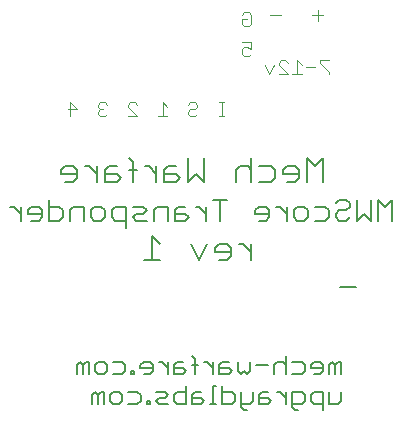
<source format=gbo>
G75*
G70*
%OFA0B0*%
%FSLAX24Y24*%
%IPPOS*%
%LPD*%
%AMOC8*
5,1,8,0,0,1.08239X$1,22.5*
%
%ADD10C,0.0050*%
%ADD11C,0.0040*%
%ADD12C,0.0070*%
%ADD13C,0.0060*%
D10*
X003128Y001675D02*
X003128Y001980D01*
X003230Y002082D01*
X003331Y001980D01*
X003331Y001675D01*
X003535Y001675D02*
X003535Y002082D01*
X003433Y002082D01*
X003331Y001980D01*
X003736Y001980D02*
X003736Y001777D01*
X003837Y001675D01*
X004041Y001675D01*
X004143Y001777D01*
X004143Y001980D01*
X004041Y002082D01*
X003837Y002082D01*
X003736Y001980D01*
X004343Y002082D02*
X004649Y002082D01*
X004750Y001980D01*
X004750Y001777D01*
X004649Y001675D01*
X004343Y001675D01*
X004344Y001082D02*
X004547Y001082D01*
X004649Y000980D01*
X004649Y000777D01*
X004547Y000675D01*
X004344Y000675D01*
X004242Y000777D01*
X004242Y000980D01*
X004344Y001082D01*
X004041Y001082D02*
X003940Y001082D01*
X003838Y000980D01*
X003736Y001082D01*
X003634Y000980D01*
X003634Y000675D01*
X003838Y000675D02*
X003838Y000980D01*
X004041Y001082D02*
X004041Y000675D01*
X004850Y000675D02*
X005155Y000675D01*
X005257Y000777D01*
X005257Y000980D01*
X005155Y001082D01*
X004850Y001082D01*
X004952Y001675D02*
X005054Y001675D01*
X005054Y001777D01*
X004952Y001777D01*
X004952Y001675D01*
X005255Y001879D02*
X005255Y001980D01*
X005357Y002082D01*
X005560Y002082D01*
X005662Y001980D01*
X005662Y001777D01*
X005560Y001675D01*
X005357Y001675D01*
X005255Y001879D02*
X005662Y001879D01*
X005863Y002082D02*
X005965Y002082D01*
X006168Y001879D01*
X006369Y001879D02*
X006674Y001879D01*
X006776Y001777D01*
X006674Y001675D01*
X006369Y001675D01*
X006369Y001980D01*
X006471Y002082D01*
X006674Y002082D01*
X006978Y001980D02*
X007181Y001980D01*
X007382Y002082D02*
X007484Y002082D01*
X007688Y001879D01*
X007888Y001879D02*
X008194Y001879D01*
X008295Y001777D01*
X008194Y001675D01*
X007888Y001675D01*
X007888Y001980D01*
X007990Y002082D01*
X008194Y002082D01*
X008496Y002082D02*
X008496Y001777D01*
X008598Y001675D01*
X008700Y001777D01*
X008801Y001675D01*
X008903Y001777D01*
X008903Y002082D01*
X009104Y001980D02*
X009511Y001980D01*
X009711Y001980D02*
X009711Y001675D01*
X009711Y001980D02*
X009813Y002082D01*
X010017Y002082D01*
X010119Y001980D01*
X010319Y002082D02*
X010624Y002082D01*
X010726Y001980D01*
X010726Y001777D01*
X010624Y001675D01*
X010319Y001675D01*
X010119Y001675D02*
X010119Y002286D01*
X010927Y001980D02*
X010927Y001879D01*
X011334Y001879D01*
X011334Y001980D02*
X011334Y001777D01*
X011232Y001675D01*
X011029Y001675D01*
X010927Y001980D02*
X011029Y002082D01*
X011232Y002082D01*
X011334Y001980D01*
X011535Y001980D02*
X011535Y001675D01*
X011738Y001675D02*
X011738Y001980D01*
X011636Y002082D01*
X011535Y001980D01*
X011738Y001980D02*
X011840Y002082D01*
X011942Y002082D01*
X011942Y001675D01*
X011942Y001082D02*
X011942Y000777D01*
X011840Y000675D01*
X011535Y000675D01*
X011535Y001082D01*
X011334Y001082D02*
X011029Y001082D01*
X010927Y000980D01*
X010927Y000777D01*
X011029Y000675D01*
X011334Y000675D01*
X011334Y000471D02*
X011334Y001082D01*
X010726Y000980D02*
X010726Y000777D01*
X010624Y000675D01*
X010319Y000675D01*
X010319Y000573D02*
X010319Y001082D01*
X010624Y001082D01*
X010726Y000980D01*
X010523Y000471D02*
X010421Y000471D01*
X010319Y000573D01*
X010119Y000675D02*
X010119Y001082D01*
X010119Y000879D02*
X009915Y001082D01*
X009813Y001082D01*
X009510Y000879D02*
X009612Y000777D01*
X009510Y000675D01*
X009205Y000675D01*
X009205Y000980D01*
X009307Y001082D01*
X009510Y001082D01*
X009510Y000879D02*
X009205Y000879D01*
X009004Y000777D02*
X008903Y000675D01*
X008597Y000675D01*
X008597Y000573D02*
X008699Y000471D01*
X008801Y000471D01*
X008597Y000573D02*
X008597Y001082D01*
X008397Y000980D02*
X008295Y001082D01*
X007990Y001082D01*
X007990Y001286D02*
X007990Y000675D01*
X008295Y000675D01*
X008397Y000777D01*
X008397Y000980D01*
X009004Y001082D02*
X009004Y000777D01*
X007789Y000675D02*
X007585Y000675D01*
X007687Y000675D02*
X007687Y001286D01*
X007789Y001286D01*
X007688Y001675D02*
X007688Y002082D01*
X007079Y002184D02*
X007079Y001675D01*
X006776Y001286D02*
X006776Y000675D01*
X006471Y000675D01*
X006369Y000777D01*
X006369Y000980D01*
X006471Y001082D01*
X006776Y001082D01*
X006977Y000980D02*
X006977Y000675D01*
X007282Y000675D01*
X007384Y000777D01*
X007282Y000879D01*
X006977Y000879D01*
X006977Y000980D02*
X007079Y001082D01*
X007282Y001082D01*
X007079Y002184D02*
X006978Y002286D01*
X006168Y002082D02*
X006168Y001675D01*
X006067Y001082D02*
X005761Y001082D01*
X005863Y000879D02*
X005761Y000777D01*
X005863Y000675D01*
X006168Y000675D01*
X006067Y000879D02*
X006168Y000980D01*
X006067Y001082D01*
X006067Y000879D02*
X005863Y000879D01*
X005561Y000777D02*
X005561Y000675D01*
X005459Y000675D01*
X005459Y000777D01*
X005561Y000777D01*
D11*
X005840Y010270D02*
X006147Y010270D01*
X005993Y010270D02*
X005993Y010730D01*
X006147Y010577D01*
X006840Y010654D02*
X006916Y010730D01*
X007070Y010730D01*
X007147Y010654D01*
X007147Y010577D01*
X007070Y010500D01*
X006916Y010500D01*
X006840Y010423D01*
X006840Y010347D01*
X006916Y010270D01*
X007070Y010270D01*
X007147Y010347D01*
X007887Y010270D02*
X008040Y010270D01*
X007963Y010270D02*
X007963Y010730D01*
X007887Y010730D02*
X008040Y010730D01*
X009552Y011670D02*
X009398Y011977D01*
X009705Y011977D02*
X009552Y011670D01*
X009859Y011670D02*
X010165Y011670D01*
X009859Y011977D01*
X009859Y012054D01*
X009935Y012130D01*
X010089Y012130D01*
X010165Y012054D01*
X010472Y012130D02*
X010472Y011670D01*
X010319Y011670D02*
X010626Y011670D01*
X010779Y011900D02*
X011086Y011900D01*
X011240Y012054D02*
X011240Y012130D01*
X011547Y012130D01*
X011240Y012054D02*
X011547Y011747D01*
X011547Y011670D01*
X010626Y011977D02*
X010472Y012130D01*
X011160Y013457D02*
X011160Y013804D01*
X010987Y013630D02*
X011334Y013630D01*
X009934Y013630D02*
X009587Y013630D01*
X008947Y013654D02*
X008947Y013347D01*
X008870Y013270D01*
X008716Y013270D01*
X008640Y013347D01*
X008640Y013500D01*
X008793Y013500D01*
X008640Y013654D02*
X008716Y013730D01*
X008870Y013730D01*
X008947Y013654D01*
X008947Y012730D02*
X008640Y012730D01*
X008716Y012577D02*
X008640Y012500D01*
X008640Y012347D01*
X008716Y012270D01*
X008870Y012270D01*
X008947Y012347D01*
X008947Y012500D02*
X008793Y012577D01*
X008716Y012577D01*
X008947Y012500D02*
X008947Y012730D01*
X005147Y010654D02*
X005070Y010730D01*
X004916Y010730D01*
X004840Y010654D01*
X004840Y010577D01*
X005147Y010270D01*
X004840Y010270D01*
X004147Y010347D02*
X004070Y010270D01*
X003916Y010270D01*
X003840Y010347D01*
X003840Y010423D01*
X003916Y010500D01*
X003993Y010500D01*
X003916Y010500D02*
X003840Y010577D01*
X003840Y010654D01*
X003916Y010730D01*
X004070Y010730D01*
X004147Y010654D01*
X003147Y010500D02*
X002840Y010500D01*
X002916Y010270D02*
X002916Y010730D01*
X003147Y010500D01*
D12*
X004865Y008876D02*
X004997Y008744D01*
X004997Y008085D01*
X005129Y008480D02*
X004865Y008480D01*
X004601Y008217D02*
X004469Y008349D01*
X004074Y008349D01*
X004074Y008480D02*
X004074Y008085D01*
X004469Y008085D01*
X004601Y008217D01*
X004469Y008612D02*
X004205Y008612D01*
X004074Y008480D01*
X003809Y008349D02*
X003545Y008612D01*
X003414Y008612D01*
X003149Y008480D02*
X003149Y008217D01*
X003017Y008085D01*
X002754Y008085D01*
X002622Y008349D02*
X003149Y008349D01*
X003149Y008480D02*
X003017Y008612D01*
X002754Y008612D01*
X002622Y008480D01*
X002622Y008349D01*
X003809Y008612D02*
X003809Y008085D01*
X005393Y008612D02*
X005525Y008612D01*
X005789Y008349D01*
X005789Y008612D02*
X005789Y008085D01*
X006053Y008085D02*
X006053Y008480D01*
X006185Y008612D01*
X006449Y008612D01*
X006449Y008349D02*
X006053Y008349D01*
X006053Y008085D02*
X006449Y008085D01*
X006580Y008217D01*
X006449Y008349D01*
X006845Y008085D02*
X006845Y008876D01*
X007372Y008876D02*
X007372Y008085D01*
X007109Y008349D01*
X006845Y008085D01*
X008429Y008085D02*
X008429Y008480D01*
X008561Y008612D01*
X008824Y008612D01*
X008956Y008480D01*
X009221Y008612D02*
X009616Y008612D01*
X009748Y008480D01*
X009748Y008217D01*
X009616Y008085D01*
X009221Y008085D01*
X008956Y008085D02*
X008956Y008876D01*
X010013Y008480D02*
X010013Y008349D01*
X010540Y008349D01*
X010540Y008480D02*
X010540Y008217D01*
X010408Y008085D01*
X010144Y008085D01*
X010013Y008480D02*
X010144Y008612D01*
X010408Y008612D01*
X010540Y008480D01*
X010805Y008085D02*
X010805Y008876D01*
X011068Y008612D01*
X011332Y008876D01*
X011332Y008085D01*
X008932Y006012D02*
X008932Y005485D01*
X008932Y005749D02*
X008668Y006012D01*
X008536Y006012D01*
X008272Y005880D02*
X008140Y006012D01*
X007876Y006012D01*
X007745Y005880D01*
X007745Y005749D01*
X008272Y005749D01*
X008272Y005880D02*
X008272Y005617D01*
X008140Y005485D01*
X007876Y005485D01*
X007480Y006012D02*
X007216Y005485D01*
X006953Y006012D01*
X005896Y006012D02*
X005633Y006276D01*
X005633Y005485D01*
X005896Y005485D02*
X005369Y005485D01*
X011905Y004580D02*
X012432Y004580D01*
D13*
X012470Y006780D02*
X012470Y007481D01*
X012237Y007364D02*
X012237Y007247D01*
X012120Y007130D01*
X011887Y007130D01*
X011770Y007014D01*
X011770Y006897D01*
X011887Y006780D01*
X012120Y006780D01*
X012237Y006897D01*
X012470Y006780D02*
X012703Y007014D01*
X012937Y006780D01*
X012937Y007481D01*
X013170Y007481D02*
X013170Y006780D01*
X013637Y006780D02*
X013637Y007481D01*
X013403Y007247D01*
X013170Y007481D01*
X012237Y007364D02*
X012120Y007481D01*
X011887Y007481D01*
X011770Y007364D01*
X011537Y007130D02*
X011537Y006897D01*
X011421Y006780D01*
X011070Y006780D01*
X010837Y006897D02*
X010721Y006780D01*
X010487Y006780D01*
X010370Y006897D01*
X010370Y007130D01*
X010487Y007247D01*
X010721Y007247D01*
X010837Y007130D01*
X010837Y006897D01*
X011070Y007247D02*
X011421Y007247D01*
X011537Y007130D01*
X010138Y007014D02*
X009904Y007247D01*
X009787Y007247D01*
X009555Y007130D02*
X009438Y007247D01*
X009204Y007247D01*
X009087Y007130D01*
X009087Y007014D01*
X009555Y007014D01*
X009555Y007130D02*
X009555Y006897D01*
X009438Y006780D01*
X009204Y006780D01*
X010138Y006780D02*
X010138Y007247D01*
X008155Y007481D02*
X007688Y007481D01*
X007921Y007481D02*
X007921Y006780D01*
X007455Y006780D02*
X007455Y007247D01*
X007455Y007014D02*
X007222Y007247D01*
X007105Y007247D01*
X006755Y007247D02*
X006522Y007247D01*
X006405Y007130D01*
X006405Y006780D01*
X006755Y006780D01*
X006872Y006897D01*
X006755Y007014D01*
X006405Y007014D01*
X006172Y007247D02*
X005822Y007247D01*
X005705Y007130D01*
X005705Y006780D01*
X005472Y006780D02*
X005122Y006780D01*
X005005Y006897D01*
X005122Y007014D01*
X005356Y007014D01*
X005472Y007130D01*
X005356Y007247D01*
X005005Y007247D01*
X004773Y007247D02*
X004422Y007247D01*
X004306Y007130D01*
X004306Y006897D01*
X004422Y006780D01*
X004773Y006780D01*
X004773Y006546D02*
X004773Y007247D01*
X004073Y007130D02*
X004073Y006897D01*
X003956Y006780D01*
X003722Y006780D01*
X003606Y006897D01*
X003606Y007130D01*
X003722Y007247D01*
X003956Y007247D01*
X004073Y007130D01*
X003373Y007247D02*
X003373Y006780D01*
X003373Y007247D02*
X003023Y007247D01*
X002906Y007130D01*
X002906Y006780D01*
X002673Y006897D02*
X002673Y007130D01*
X002556Y007247D01*
X002206Y007247D01*
X002206Y007481D02*
X002206Y006780D01*
X002556Y006780D01*
X002673Y006897D01*
X001973Y006897D02*
X001857Y006780D01*
X001623Y006780D01*
X001506Y007014D02*
X001973Y007014D01*
X001973Y007130D02*
X001973Y006897D01*
X001973Y007130D02*
X001857Y007247D01*
X001623Y007247D01*
X001506Y007130D01*
X001506Y007014D01*
X001274Y007014D02*
X001040Y007247D01*
X000923Y007247D01*
X001274Y007247D02*
X001274Y006780D01*
X006172Y006780D02*
X006172Y007247D01*
M02*

</source>
